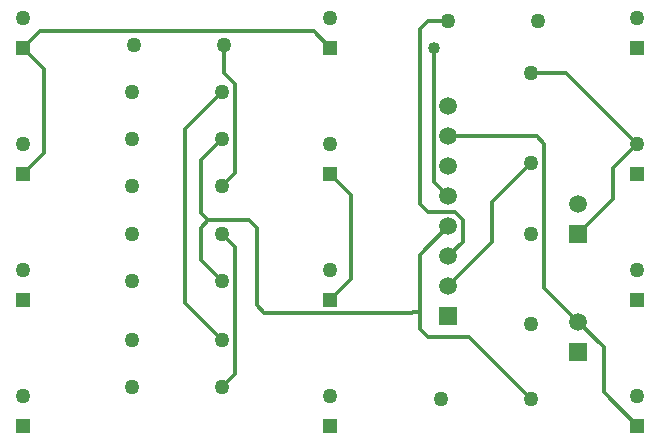
<source format=gbr>
G04 DipTrace 2.4.0.2*
%INBottom.gbr*%
%MOIN*%
%ADD13C,0.013*%
%ADD14C,0.05*%
%ADD15R,0.05X0.05*%
%ADD16R,0.0591X0.0591*%
%ADD17C,0.0591*%
%ADD18C,0.05*%
%ADD19C,0.04*%
%FSLAX44Y44*%
G04*
G70*
G90*
G75*
G01*
%LNBottom*%
%LPD*%
X24710Y18401D2*
D13*
Y13942D1*
X25200Y13452D1*
X11027Y14200D2*
X11731Y14905D1*
Y17696D1*
X11027Y18401D1*
X11578Y18952D1*
X20712D1*
X21263Y18401D1*
Y14200D2*
X21968Y13495D1*
Y10708D1*
X21263Y10003D1*
X31499Y5802D2*
X30377Y6925D1*
Y8425D1*
X29531Y9271D1*
X28401Y10401D1*
Y15192D1*
X28141Y15452D1*
X25200D1*
X17645Y15357D2*
X16940Y14653D1*
Y12913D1*
X17200Y12653D1*
X18545D1*
X18805Y12393D1*
Y9818D1*
X19065Y9558D1*
X23971D1*
X24011Y9598D1*
X24251D1*
Y9023D1*
X24511Y8763D1*
X25889D1*
X27956Y6696D1*
X24251Y9598D2*
Y11503D1*
X25200Y12452D1*
X17200Y12653D2*
X16940Y12393D1*
Y11338D1*
X17645Y10633D1*
X25200Y11452D2*
X25690Y11942D1*
Y12682D1*
X25430Y12942D1*
X24511D1*
X24251Y13202D1*
Y19035D1*
X24511Y19294D1*
X25200D1*
X17645Y12208D2*
X18090Y11763D1*
Y7535D1*
X17645Y7090D1*
X25200Y10452D2*
X26664Y11916D1*
Y13278D1*
X27956Y14570D1*
X17645Y8665D2*
X16420Y9889D1*
Y15708D1*
X17645Y16932D1*
X29531Y12208D2*
X30682Y13360D1*
Y14383D1*
X31499Y15200D1*
X29129Y17570D1*
X27956D1*
X17645Y13783D2*
X18090Y14228D1*
Y17192D1*
X17720Y17562D1*
Y18507D1*
D19*
X24710Y18401D3*
D14*
X11027Y19401D3*
D15*
Y18401D3*
D14*
X21263Y19401D3*
D15*
Y18401D3*
D14*
X31499Y19401D3*
D15*
Y18401D3*
D14*
X11027Y15200D3*
D15*
Y14200D3*
D14*
X21263Y15200D3*
D15*
Y14200D3*
D14*
X31499Y15200D3*
D15*
Y14200D3*
D14*
X11027Y11003D3*
D15*
Y10003D3*
D14*
X21263Y11003D3*
D15*
Y10003D3*
D14*
X31499Y11003D3*
D15*
Y10003D3*
D14*
X11027Y6802D3*
D15*
Y5802D3*
D14*
X21263Y6802D3*
D15*
Y5802D3*
D14*
X31499Y6802D3*
D15*
Y5802D3*
D16*
X29531Y12208D3*
D17*
Y13208D3*
D16*
Y8271D3*
D17*
Y9271D3*
D14*
X17720Y18507D3*
D18*
X14720D3*
D14*
X17645Y16932D3*
D18*
X14645D3*
D14*
X25200Y19294D3*
D18*
X28200D3*
D14*
X17645Y15357D3*
D18*
X14645D3*
D14*
X17645Y13783D3*
D18*
X14645D3*
D14*
X27956Y14570D3*
D18*
Y17570D3*
D14*
X17645Y12208D3*
D18*
X14645D3*
D14*
X17645Y10633D3*
D18*
X14645D3*
D14*
X27956Y12208D3*
D18*
Y9208D3*
D14*
X17645Y8665D3*
D18*
X14645D3*
D14*
X17645Y7090D3*
D18*
X14645D3*
D14*
X27956Y6696D3*
D18*
X24956D3*
D16*
X25200Y9452D3*
D17*
Y10452D3*
Y11452D3*
Y12452D3*
Y13452D3*
Y14452D3*
Y15452D3*
Y16452D3*
M02*

</source>
